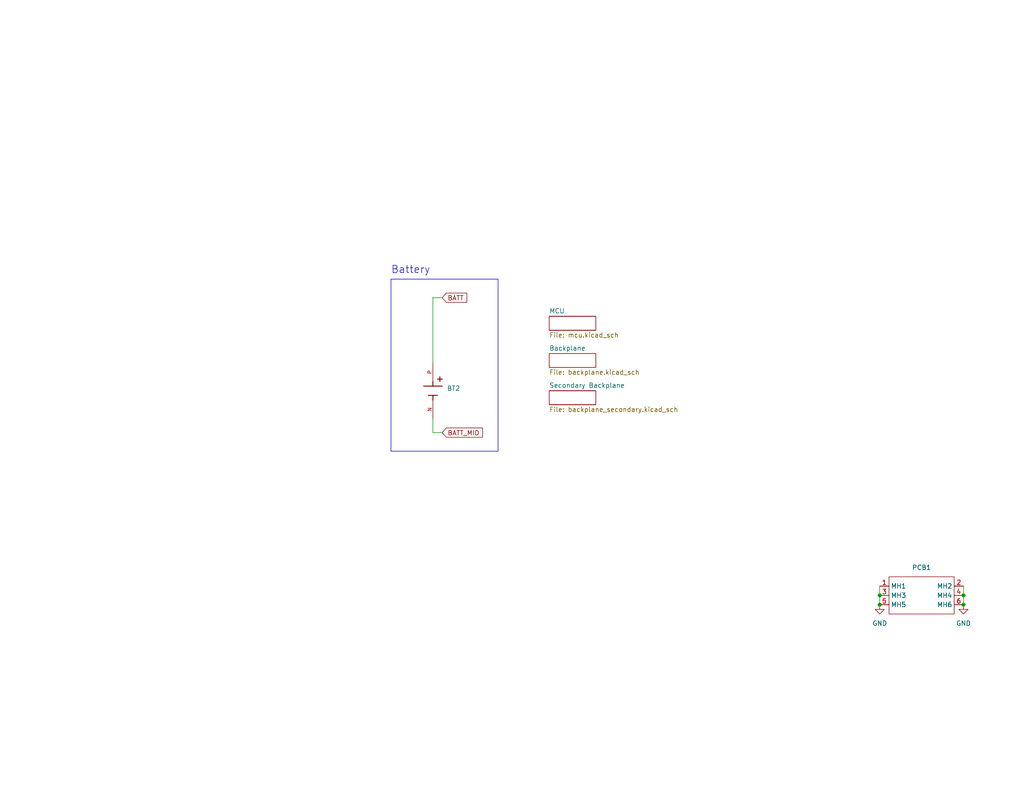
<source format=kicad_sch>
(kicad_sch (version 20230121) (generator eeschema)
  (paper "USLetter")
  (lib_symbols
    (symbol "TVSC:Interior_Side_Panel_PCB" (in_bom no)
      (property "Reference" "PCB" (at 0 0 0))
      (symbol "Interior_Side_Panel_PCB_0_1"
        (rectangle (start -8.89 5.08) (end 8.89 -5.08))
      )
      (symbol "Interior_Side_Panel_PCB_1_1"
        (pin power_in line (at -11.43 2.54 0) (length 2.54) (name "MH1") (number "1"))
        (pin power_in line (at 11.43 2.54 180) (length 2.54) (name "MH2") (number "2"))
        (pin power_in line (at -11.43 0 0) (length 2.54) (name "MH3") (number "3"))
        (pin power_in line (at 11.43 0 180) (length 2.54) (name "MH4") (number "4"))
        (pin power_in line (at -11.43 -2.54 0) (length 2.54) (name "MH5") (number "5"))
        (pin power_in line (at 11.43 -2.54 180) (length 2.54) (name "MH6") (number "6"))
      )
    )
    (symbol "TVSC:Keystone_1043" (pin_names (offset 1.016))
      (property "Reference" "BT" (at -3.81 3.81 0))
      (symbol "Keystone_1043_0_0"
        (polyline (pts (xy -3.81 1.905) (xy -2.54 1.905)) (stroke (width 0.254)))
        (polyline (pts (xy -3.175 2.54) (xy -3.175 1.27)) (stroke (width 0.254)))
        (polyline (pts (xy -1.27 0) (xy -2.54 0)) (stroke (width 0.254)))
        (polyline (pts (xy -1.27 0) (xy -1.27 -2.54)) (stroke (width 0.254)))
        (polyline (pts (xy -1.27 2.54) (xy -1.27 0)) (stroke (width 0.254)))
        (polyline (pts (xy 1.27 0) (xy 1.27 -1.27)) (stroke (width 0.254)))
        (polyline (pts (xy 1.27 0) (xy 2.54 0)) (stroke (width 0.254)))
        (polyline (pts (xy 1.27 1.27) (xy 1.27 0)) (stroke (width 0.254)))
        (pin passive line (at 7.62 0 180) (length 5.08) (name "~") (number "N"))
        (pin passive line (at -7.62 0 0) (length 5.08) (name "~") (number "P"))
      )
    )
    (symbol "power:GND" (power) (pin_names (offset 0))
      (property "Value" "GND" (at 0 -3.81 0))
      (symbol "GND_0_1"
        (polyline (pts (xy 0 0) (xy 0 -1.27) (xy 1.27 -1.27) (xy 0 -2.54) (xy -1.27 -1.27) (xy 0 -1.27)))
      )
      (symbol "GND_1_1"
        (pin power_in line (at 0 0 270) (length 0) hide (name "GND") (number "1"))
      )
    )
  )
  (junction (at 262.89 162.56))
  (junction (at 262.89 165.1))
  (junction (at 240.03 165.1))
  (junction (at 240.03 162.56))
  (wire (pts (xy 118.11 81.28) (xy 120.65 81.28)))
  (wire (pts (xy 118.11 81.28) (xy 118.11 99.06)))
  (wire (pts (xy 262.89 160.02) (xy 262.89 162.56)))
  (wire (pts (xy 240.03 160.02) (xy 240.03 162.56)))
  (wire (pts (xy 118.11 114.3) (xy 118.11 118.11)))
  (wire (pts (xy 118.11 118.11) (xy 120.65 118.11)))
  (wire (pts (xy 262.89 162.56) (xy 262.89 165.1)))
  (wire (pts (xy 240.03 162.56) (xy 240.03 165.1)))
  (rectangle (start 106.68 76.2) (end 135.89 123.19))
  (text "Battery" (at 106.68 74.93 0) (effects (font (size 2 2)) (justify left bottom)))
  (global_label "BATT" (shape input) (at 120.65 81.28 0) (property "Intersheetrefs" "${INTERSHEET_REFS}" (effects hide)))
  (global_label "BATT_MID" (shape input) (at 120.65 118.11 0) (property "Intersheetrefs" "${INTERSHEET_REFS}" (effects hide)))
  (symbol (lib_id "power:GND") (at 240.03 165.1 0) (unit 1)
    (property "Reference" "#PWR02" (effects hide))
    (property "Value" "GND" (at 240.03 170.18 0))
  )
  (symbol (lib_id "power:GND") (at 262.89 165.1 0) (unit 1)
    (property "Reference" "#PWR03" (effects hide))
    (property "Value" "GND" (at 262.89 170.18 0))
  )
  (symbol (lib_id "TVSC:Interior_Side_Panel_PCB") (at 251.46 162.56 0) (unit 1) (in_bom no)
    (property "Reference" "PCB1" (at 251.46 154.94 0))
    (property "Footprint" "footprints:Interior_Side_Panel_PCB_Shape" (effects hide))
  )
  (symbol (lib_id "TVSC:Keystone_1043") (at 118.11 106.68 270) (unit 1)
    (property "Reference" "BT2" (at 121.92 106.045 90) (effects (justify left)))
    (property "Value" "Keystone_1043" (effects hide))
    (property "Footprint" "footprints:BAT_1043" (effects hide))
    (property "Manufacturer" "Keystone" (effects hide))
    (property "Manufacturer Part Number" "1043" (effects hide))
    (property "MPN" "C5355143" (effects hide))
    (property "Active" "Y" (effects hide))
  )
  (sheet (at 149.86 96.52) (size 12.7 3.81) (stroke (width 0.1524))
    (property "Sheetname" "Backplane" (at 149.86 95.8084 0) (effects (justify left bottom)))
    (property "Sheetfile" "backplane.kicad_sch" (at 149.86 100.9146 0) (effects (justify left top)))
  )
  (sheet (at 149.86 86.36) (size 12.7 3.81) (stroke (width 0.1524))
    (property "Sheetname" "MCU" (at 149.86 85.6484 0) (effects (justify left bottom)))
    (property "Sheetfile" "mcu.kicad_sch" (at 149.86 90.7546 0) (effects (justify left top)))
  )
  (sheet (at 149.86 106.68) (size 12.7 3.81) (stroke (width 0.1524))
    (property "Sheetname" "Secondary Backplane" (at 149.86 105.9684 0) (effects (justify left bottom)))
    (property "Sheetfile" "backplane_secondary.kicad_sch" (at 149.86 111.0746 0) (effects (justify left top)))
  )
)
</source>
